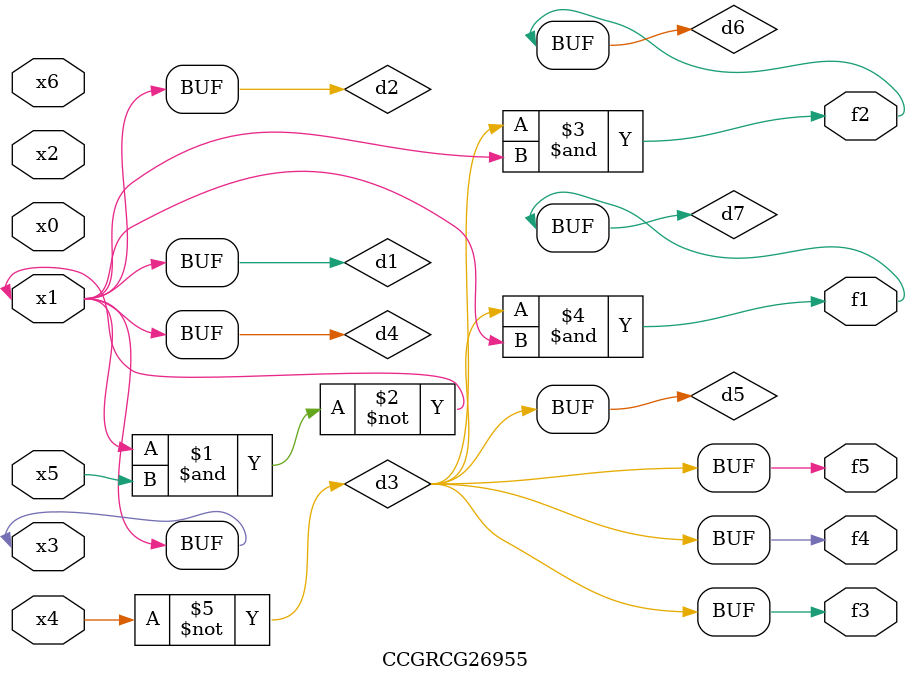
<source format=v>
module CCGRCG26955(
	input x0, x1, x2, x3, x4, x5, x6,
	output f1, f2, f3, f4, f5
);

	wire d1, d2, d3, d4, d5, d6, d7;

	buf (d1, x1, x3);
	nand (d2, x1, x5);
	not (d3, x4);
	buf (d4, d1, d2);
	buf (d5, d3);
	and (d6, d3, d4);
	and (d7, d3, d4);
	assign f1 = d7;
	assign f2 = d6;
	assign f3 = d5;
	assign f4 = d5;
	assign f5 = d5;
endmodule

</source>
